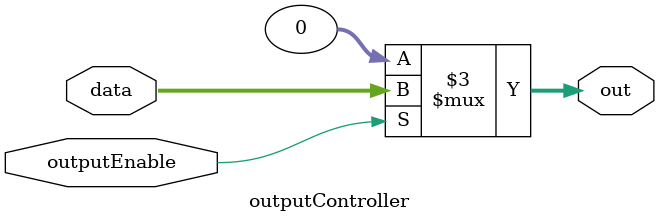
<source format=v>
module outputController (outputEnable, data, out);
	input outputEnable;
	input [31:0] data;
	output reg [31:0] out;
	
	always @ (*) begin
		if(outputEnable)
			out = data;
		else 
			out = 0;
	end
endmodule
</source>
